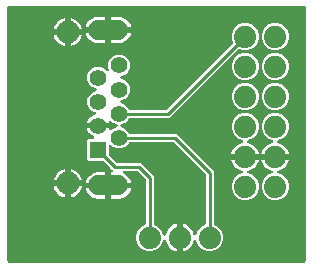
<source format=gbr>
G04 EAGLE Gerber RS-274X export*
G75*
%MOMM*%
%FSLAX34Y34*%
%LPD*%
%INBottom Copper*%
%IPPOS*%
%AMOC8*
5,1,8,0,0,1.08239X$1,22.5*%
G01*
%ADD10C,1.700000*%
%ADD11C,1.950000*%
%ADD12C,1.408000*%
%ADD13R,1.408000X1.408000*%
%ADD14C,1.879600*%
%ADD15C,0.800100*%
%ADD16C,0.254000*%

G36*
X245038Y78826D02*
X245038Y78826D01*
X245157Y78833D01*
X245195Y78846D01*
X245236Y78851D01*
X245346Y78894D01*
X245459Y78931D01*
X245494Y78953D01*
X245531Y78968D01*
X245627Y79037D01*
X245728Y79101D01*
X245756Y79131D01*
X245789Y79154D01*
X245865Y79246D01*
X245946Y79333D01*
X245966Y79368D01*
X245991Y79399D01*
X246042Y79507D01*
X246100Y79611D01*
X246110Y79651D01*
X246127Y79687D01*
X246149Y79804D01*
X246179Y79919D01*
X246183Y79979D01*
X246187Y79999D01*
X246185Y80020D01*
X246189Y80080D01*
X246189Y294920D01*
X246174Y295038D01*
X246167Y295157D01*
X246154Y295195D01*
X246149Y295236D01*
X246106Y295346D01*
X246069Y295459D01*
X246047Y295494D01*
X246032Y295531D01*
X245963Y295627D01*
X245899Y295728D01*
X245869Y295756D01*
X245846Y295789D01*
X245754Y295865D01*
X245667Y295946D01*
X245632Y295966D01*
X245601Y295991D01*
X245493Y296042D01*
X245389Y296100D01*
X245349Y296110D01*
X245313Y296127D01*
X245196Y296149D01*
X245081Y296179D01*
X245021Y296183D01*
X245001Y296187D01*
X244980Y296185D01*
X244920Y296189D01*
X-4920Y296189D01*
X-5038Y296174D01*
X-5157Y296167D01*
X-5195Y296154D01*
X-5236Y296149D01*
X-5346Y296106D01*
X-5459Y296069D01*
X-5494Y296047D01*
X-5531Y296032D01*
X-5627Y295963D01*
X-5728Y295899D01*
X-5756Y295869D01*
X-5789Y295846D01*
X-5865Y295754D01*
X-5946Y295667D01*
X-5966Y295632D01*
X-5991Y295601D01*
X-6042Y295493D01*
X-6100Y295389D01*
X-6110Y295349D01*
X-6127Y295313D01*
X-6149Y295196D01*
X-6179Y295081D01*
X-6183Y295021D01*
X-6187Y295001D01*
X-6185Y294980D01*
X-6189Y294920D01*
X-6189Y80080D01*
X-6174Y79962D01*
X-6167Y79843D01*
X-6154Y79805D01*
X-6149Y79764D01*
X-6106Y79654D01*
X-6069Y79541D01*
X-6047Y79506D01*
X-6032Y79469D01*
X-5963Y79373D01*
X-5899Y79272D01*
X-5869Y79244D01*
X-5846Y79211D01*
X-5754Y79135D01*
X-5667Y79054D01*
X-5632Y79034D01*
X-5601Y79009D01*
X-5493Y78958D01*
X-5389Y78900D01*
X-5349Y78890D01*
X-5313Y78873D01*
X-5196Y78851D01*
X-5081Y78821D01*
X-5021Y78817D01*
X-5001Y78813D01*
X-4980Y78815D01*
X-4920Y78811D01*
X244920Y78811D01*
X245038Y78826D01*
G37*
%LPC*%
G36*
X142139Y98730D02*
X142139Y98730D01*
X142124Y98848D01*
X142117Y98967D01*
X142104Y99005D01*
X142099Y99045D01*
X142056Y99156D01*
X142019Y99269D01*
X141997Y99303D01*
X141982Y99341D01*
X141912Y99437D01*
X141849Y99538D01*
X141819Y99566D01*
X141795Y99598D01*
X141704Y99674D01*
X141617Y99756D01*
X141582Y99775D01*
X141551Y99801D01*
X141443Y99852D01*
X141339Y99909D01*
X141299Y99920D01*
X141263Y99937D01*
X141146Y99959D01*
X141031Y99989D01*
X140970Y99993D01*
X140950Y99997D01*
X140930Y99995D01*
X140870Y99999D01*
X138330Y99999D01*
X138212Y99984D01*
X138093Y99977D01*
X138055Y99964D01*
X138014Y99959D01*
X137904Y99915D01*
X137791Y99879D01*
X137756Y99857D01*
X137719Y99842D01*
X137623Y99772D01*
X137522Y99709D01*
X137494Y99679D01*
X137461Y99655D01*
X137386Y99564D01*
X137304Y99477D01*
X137284Y99442D01*
X137259Y99410D01*
X137208Y99303D01*
X137150Y99198D01*
X137140Y99159D01*
X137123Y99123D01*
X137101Y99006D01*
X137071Y98891D01*
X137067Y98830D01*
X137063Y98810D01*
X137065Y98790D01*
X137061Y98730D01*
X137061Y88315D01*
X136804Y88355D01*
X135017Y88936D01*
X133343Y89789D01*
X131822Y90894D01*
X130494Y92222D01*
X129389Y93743D01*
X128536Y95417D01*
X127946Y97234D01*
X127920Y97320D01*
X127890Y97446D01*
X127876Y97473D01*
X127868Y97502D01*
X127802Y97613D01*
X127742Y97727D01*
X127721Y97750D01*
X127706Y97776D01*
X127615Y97867D01*
X127528Y97963D01*
X127503Y97979D01*
X127481Y98001D01*
X127370Y98066D01*
X127262Y98137D01*
X127233Y98147D01*
X127208Y98163D01*
X127084Y98199D01*
X126961Y98241D01*
X126931Y98243D01*
X126902Y98251D01*
X126773Y98256D01*
X126644Y98266D01*
X126614Y98261D01*
X126584Y98262D01*
X126458Y98234D01*
X126331Y98211D01*
X126303Y98199D01*
X126274Y98192D01*
X126159Y98134D01*
X126041Y98081D01*
X126017Y98062D01*
X125990Y98048D01*
X125893Y97963D01*
X125792Y97882D01*
X125774Y97858D01*
X125752Y97838D01*
X125679Y97731D01*
X125601Y97628D01*
X125582Y97589D01*
X125573Y97575D01*
X125565Y97555D01*
X125530Y97484D01*
X123891Y93525D01*
X120675Y90309D01*
X116474Y88569D01*
X111926Y88569D01*
X107725Y90309D01*
X104509Y93525D01*
X102769Y97726D01*
X102769Y102274D01*
X104509Y106475D01*
X107725Y109691D01*
X110114Y110680D01*
X110139Y110695D01*
X110167Y110704D01*
X110277Y110773D01*
X110390Y110837D01*
X110411Y110858D01*
X110436Y110874D01*
X110525Y110968D01*
X110618Y111059D01*
X110634Y111084D01*
X110654Y111105D01*
X110717Y111219D01*
X110785Y111330D01*
X110793Y111358D01*
X110808Y111384D01*
X110840Y111510D01*
X110878Y111634D01*
X110880Y111663D01*
X110887Y111692D01*
X110897Y111853D01*
X110897Y148906D01*
X110885Y149004D01*
X110882Y149103D01*
X110865Y149162D01*
X110857Y149222D01*
X110821Y149314D01*
X110793Y149409D01*
X110763Y149461D01*
X110740Y149517D01*
X110682Y149597D01*
X110632Y149683D01*
X110566Y149758D01*
X110554Y149775D01*
X110544Y149783D01*
X110526Y149804D01*
X104004Y156326D01*
X103925Y156386D01*
X103853Y156454D01*
X103800Y156483D01*
X103752Y156520D01*
X103661Y156560D01*
X103575Y156608D01*
X103516Y156623D01*
X103461Y156647D01*
X103363Y156662D01*
X103267Y156687D01*
X103167Y156693D01*
X103146Y156697D01*
X103134Y156695D01*
X103106Y156697D01*
X92683Y156697D01*
X92663Y156695D01*
X92643Y156697D01*
X92505Y156675D01*
X92367Y156657D01*
X92349Y156650D01*
X92329Y156647D01*
X92201Y156592D01*
X92071Y156540D01*
X92055Y156529D01*
X92037Y156521D01*
X91927Y156435D01*
X91814Y156354D01*
X91801Y156338D01*
X91786Y156326D01*
X91700Y156216D01*
X91611Y156109D01*
X91603Y156091D01*
X91590Y156075D01*
X91535Y155947D01*
X91476Y155821D01*
X91472Y155801D01*
X91464Y155783D01*
X91442Y155645D01*
X91416Y155509D01*
X91417Y155489D01*
X91414Y155469D01*
X91427Y155330D01*
X91436Y155191D01*
X91442Y155172D01*
X91444Y155152D01*
X91491Y155020D01*
X91534Y154889D01*
X91544Y154872D01*
X91551Y154853D01*
X91629Y154738D01*
X91704Y154620D01*
X91718Y154606D01*
X91730Y154590D01*
X91834Y154498D01*
X91935Y154402D01*
X91953Y154392D01*
X91968Y154379D01*
X92106Y154297D01*
X93587Y153543D01*
X94993Y152521D01*
X96221Y151293D01*
X97243Y149887D01*
X98032Y148338D01*
X98569Y146685D01*
X98583Y146599D01*
X81799Y146599D01*
X81799Y155141D01*
X81824Y155141D01*
X81962Y155158D01*
X82101Y155171D01*
X82120Y155178D01*
X82140Y155181D01*
X82269Y155232D01*
X82400Y155279D01*
X82417Y155290D01*
X82435Y155298D01*
X82548Y155379D01*
X82663Y155457D01*
X82676Y155473D01*
X82693Y155484D01*
X82782Y155592D01*
X82874Y155696D01*
X82883Y155714D01*
X82896Y155729D01*
X82955Y155855D01*
X83018Y155979D01*
X83023Y155999D01*
X83031Y156017D01*
X83057Y156154D01*
X83088Y156289D01*
X83087Y156310D01*
X83091Y156329D01*
X83082Y156468D01*
X83078Y156607D01*
X83072Y156627D01*
X83071Y156647D01*
X83028Y156779D01*
X82990Y156913D01*
X82979Y156930D01*
X82973Y156949D01*
X82899Y157067D01*
X82828Y157187D01*
X82810Y157208D01*
X82803Y157218D01*
X82788Y157232D01*
X82722Y157307D01*
X81026Y159004D01*
X75174Y164856D01*
X75095Y164916D01*
X75023Y164984D01*
X74970Y165013D01*
X74922Y165050D01*
X74831Y165090D01*
X74745Y165138D01*
X74686Y165153D01*
X74631Y165177D01*
X74533Y165192D01*
X74437Y165217D01*
X74337Y165223D01*
X74316Y165227D01*
X74304Y165225D01*
X74276Y165227D01*
X62518Y165227D01*
X61327Y166418D01*
X61327Y182182D01*
X62518Y183373D01*
X66244Y183373D01*
X66273Y183376D01*
X66275Y183376D01*
X66284Y183378D01*
X66364Y183388D01*
X66484Y183396D01*
X66521Y183408D01*
X66560Y183413D01*
X66672Y183457D01*
X66786Y183494D01*
X66819Y183515D01*
X66855Y183530D01*
X66953Y183600D01*
X67054Y183665D01*
X67081Y183694D01*
X67113Y183716D01*
X67190Y183809D01*
X67272Y183897D01*
X67291Y183931D01*
X67316Y183961D01*
X67367Y184070D01*
X67425Y184176D01*
X67434Y184214D01*
X67451Y184249D01*
X67474Y184367D01*
X67504Y184484D01*
X67504Y184523D01*
X67511Y184561D01*
X67503Y184682D01*
X67503Y184802D01*
X67494Y184840D01*
X67491Y184879D01*
X67454Y184993D01*
X67424Y185110D01*
X67405Y185144D01*
X67393Y185181D01*
X67329Y185283D01*
X67270Y185389D01*
X67244Y185417D01*
X67223Y185450D01*
X67189Y185482D01*
X67188Y185483D01*
X67182Y185488D01*
X67135Y185533D01*
X67053Y185620D01*
X67020Y185641D01*
X66991Y185668D01*
X66958Y185686D01*
X66950Y185694D01*
X66811Y185776D01*
X66792Y185786D01*
X66784Y185791D01*
X66776Y185794D01*
X65379Y186506D01*
X64159Y187392D01*
X63092Y188459D01*
X62206Y189679D01*
X61521Y191022D01*
X61057Y192451D01*
X69420Y192451D01*
X69538Y192466D01*
X69657Y192473D01*
X69695Y192485D01*
X69735Y192491D01*
X69846Y192534D01*
X69959Y192571D01*
X69993Y192593D01*
X70031Y192608D01*
X70127Y192677D01*
X70228Y192741D01*
X70256Y192771D01*
X70288Y192794D01*
X70364Y192886D01*
X70396Y192920D01*
X70401Y192912D01*
X70431Y192884D01*
X70455Y192851D01*
X70546Y192775D01*
X70633Y192694D01*
X70668Y192674D01*
X70700Y192649D01*
X70807Y192598D01*
X70912Y192540D01*
X70951Y192530D01*
X70987Y192513D01*
X71104Y192491D01*
X71220Y192461D01*
X71280Y192457D01*
X71300Y192453D01*
X71320Y192455D01*
X71380Y192451D01*
X79743Y192451D01*
X79655Y192180D01*
X79651Y192161D01*
X79643Y192142D01*
X79622Y192005D01*
X79595Y191868D01*
X79597Y191848D01*
X79594Y191828D01*
X79607Y191689D01*
X79615Y191550D01*
X79622Y191531D01*
X79623Y191512D01*
X79671Y191380D01*
X79714Y191248D01*
X79724Y191231D01*
X79731Y191212D01*
X79809Y191097D01*
X79884Y190979D01*
X79898Y190966D01*
X79910Y190949D01*
X80014Y190857D01*
X80116Y190761D01*
X80133Y190752D01*
X80148Y190739D01*
X80272Y190675D01*
X80394Y190608D01*
X80413Y190603D01*
X80431Y190594D01*
X80567Y190564D01*
X80702Y190529D01*
X80722Y190529D01*
X80742Y190524D01*
X80881Y190529D01*
X81020Y190529D01*
X81039Y190533D01*
X81059Y190534D01*
X81194Y190573D01*
X81328Y190607D01*
X81346Y190617D01*
X81365Y190622D01*
X81485Y190693D01*
X81607Y190760D01*
X81622Y190774D01*
X81639Y190784D01*
X81760Y190890D01*
X83061Y192192D01*
X86286Y193527D01*
X86406Y193596D01*
X86529Y193661D01*
X86544Y193675D01*
X86562Y193685D01*
X86662Y193782D01*
X86765Y193875D01*
X86776Y193892D01*
X86790Y193906D01*
X86863Y194025D01*
X86940Y194141D01*
X86946Y194160D01*
X86957Y194177D01*
X86998Y194310D01*
X87043Y194442D01*
X87044Y194462D01*
X87050Y194481D01*
X87057Y194620D01*
X87068Y194759D01*
X87064Y194779D01*
X87065Y194799D01*
X87037Y194935D01*
X87014Y195072D01*
X87005Y195091D01*
X87001Y195110D01*
X86940Y195236D01*
X86883Y195362D01*
X86870Y195378D01*
X86861Y195396D01*
X86771Y195502D01*
X86684Y195610D01*
X86668Y195623D01*
X86655Y195638D01*
X86541Y195718D01*
X86430Y195802D01*
X86405Y195814D01*
X86395Y195821D01*
X86376Y195828D01*
X86286Y195873D01*
X83061Y197208D01*
X81760Y198510D01*
X81744Y198522D01*
X81731Y198537D01*
X81618Y198619D01*
X81508Y198704D01*
X81490Y198712D01*
X81474Y198724D01*
X81344Y198776D01*
X81217Y198831D01*
X81197Y198834D01*
X81178Y198841D01*
X81040Y198859D01*
X80902Y198881D01*
X80883Y198879D01*
X80863Y198881D01*
X80725Y198864D01*
X80586Y198851D01*
X80567Y198844D01*
X80547Y198842D01*
X80418Y198791D01*
X80287Y198743D01*
X80270Y198732D01*
X80252Y198725D01*
X80139Y198643D01*
X80023Y198565D01*
X80010Y198550D01*
X79994Y198538D01*
X79906Y198431D01*
X79813Y198326D01*
X79804Y198308D01*
X79791Y198293D01*
X79732Y198167D01*
X79668Y198043D01*
X79664Y198024D01*
X79655Y198006D01*
X79629Y197868D01*
X79599Y197733D01*
X79599Y197713D01*
X79596Y197693D01*
X79604Y197554D01*
X79608Y197415D01*
X79614Y197396D01*
X79615Y197376D01*
X79655Y197220D01*
X79743Y196949D01*
X71380Y196949D01*
X71262Y196934D01*
X71143Y196927D01*
X71105Y196914D01*
X71065Y196909D01*
X70954Y196866D01*
X70841Y196829D01*
X70807Y196807D01*
X70769Y196792D01*
X70673Y196723D01*
X70572Y196659D01*
X70544Y196629D01*
X70512Y196606D01*
X70436Y196514D01*
X70404Y196480D01*
X70399Y196488D01*
X70369Y196516D01*
X70345Y196549D01*
X70254Y196625D01*
X70167Y196706D01*
X70132Y196726D01*
X70100Y196751D01*
X69993Y196802D01*
X69888Y196860D01*
X69849Y196870D01*
X69813Y196887D01*
X69696Y196909D01*
X69580Y196939D01*
X69520Y196943D01*
X69500Y196947D01*
X69480Y196945D01*
X69420Y196949D01*
X61057Y196949D01*
X61521Y198378D01*
X62206Y199721D01*
X63092Y200941D01*
X64159Y202008D01*
X65379Y202894D01*
X66722Y203579D01*
X67812Y203933D01*
X67840Y203946D01*
X67869Y203953D01*
X67983Y204013D01*
X68100Y204068D01*
X68123Y204087D01*
X68150Y204101D01*
X68245Y204188D01*
X68345Y204271D01*
X68363Y204295D01*
X68385Y204315D01*
X68456Y204424D01*
X68532Y204528D01*
X68543Y204556D01*
X68560Y204581D01*
X68602Y204703D01*
X68650Y204824D01*
X68653Y204854D01*
X68663Y204882D01*
X68673Y205011D01*
X68690Y205139D01*
X68686Y205169D01*
X68688Y205199D01*
X68666Y205327D01*
X68650Y205455D01*
X68639Y205483D01*
X68634Y205512D01*
X68581Y205630D01*
X68533Y205751D01*
X68515Y205775D01*
X68503Y205802D01*
X68422Y205904D01*
X68346Y206008D01*
X68323Y206027D01*
X68305Y206051D01*
X68201Y206129D01*
X68101Y206211D01*
X68074Y206224D01*
X68051Y206242D01*
X67906Y206313D01*
X65261Y207408D01*
X62708Y209961D01*
X61327Y213295D01*
X61327Y216905D01*
X62708Y220239D01*
X65261Y222792D01*
X68486Y224127D01*
X68606Y224196D01*
X68729Y224261D01*
X68744Y224275D01*
X68762Y224285D01*
X68862Y224382D01*
X68965Y224475D01*
X68976Y224492D01*
X68990Y224506D01*
X69063Y224625D01*
X69140Y224741D01*
X69146Y224760D01*
X69157Y224777D01*
X69198Y224910D01*
X69243Y225042D01*
X69244Y225062D01*
X69250Y225081D01*
X69257Y225220D01*
X69268Y225359D01*
X69264Y225379D01*
X69265Y225399D01*
X69237Y225535D01*
X69214Y225672D01*
X69205Y225691D01*
X69201Y225710D01*
X69140Y225836D01*
X69083Y225962D01*
X69070Y225978D01*
X69061Y225996D01*
X68971Y226102D01*
X68884Y226210D01*
X68868Y226223D01*
X68855Y226238D01*
X68741Y226318D01*
X68630Y226402D01*
X68605Y226414D01*
X68595Y226421D01*
X68576Y226428D01*
X68486Y226473D01*
X65261Y227808D01*
X62708Y230361D01*
X61327Y233695D01*
X61327Y237305D01*
X62708Y240639D01*
X65261Y243192D01*
X68595Y244573D01*
X72205Y244573D01*
X75539Y243192D01*
X77650Y241081D01*
X77705Y241038D01*
X77754Y240988D01*
X77830Y240941D01*
X77901Y240886D01*
X77965Y240858D01*
X78025Y240822D01*
X78111Y240795D01*
X78193Y240759D01*
X78262Y240748D01*
X78329Y240728D01*
X78418Y240724D01*
X78507Y240710D01*
X78577Y240716D01*
X78646Y240713D01*
X78734Y240731D01*
X78824Y240739D01*
X78890Y240763D01*
X78958Y240777D01*
X79039Y240817D01*
X79123Y240847D01*
X79181Y240886D01*
X79244Y240917D01*
X79312Y240975D01*
X79386Y241026D01*
X79432Y241078D01*
X79486Y241123D01*
X79537Y241197D01*
X79597Y241264D01*
X79629Y241326D01*
X79669Y241383D01*
X79701Y241467D01*
X79741Y241547D01*
X79757Y241615D01*
X79781Y241681D01*
X79791Y241770D01*
X79811Y241858D01*
X79809Y241927D01*
X79817Y241997D01*
X79804Y242086D01*
X79801Y242175D01*
X79782Y242243D01*
X79772Y242312D01*
X79720Y242464D01*
X79127Y243895D01*
X79127Y247505D01*
X80508Y250839D01*
X83061Y253392D01*
X86395Y254773D01*
X90005Y254773D01*
X93339Y253392D01*
X95892Y250839D01*
X97273Y247505D01*
X97273Y243895D01*
X95892Y240561D01*
X93339Y238008D01*
X90114Y236673D01*
X89994Y236604D01*
X89871Y236539D01*
X89856Y236525D01*
X89838Y236515D01*
X89738Y236418D01*
X89635Y236325D01*
X89624Y236308D01*
X89610Y236294D01*
X89537Y236176D01*
X89460Y236059D01*
X89454Y236040D01*
X89443Y236023D01*
X89402Y235890D01*
X89357Y235758D01*
X89356Y235738D01*
X89350Y235719D01*
X89343Y235580D01*
X89332Y235441D01*
X89336Y235421D01*
X89335Y235401D01*
X89363Y235265D01*
X89386Y235128D01*
X89395Y235110D01*
X89399Y235090D01*
X89460Y234964D01*
X89517Y234838D01*
X89530Y234822D01*
X89539Y234804D01*
X89629Y234698D01*
X89716Y234590D01*
X89732Y234577D01*
X89745Y234562D01*
X89859Y234482D01*
X89970Y234398D01*
X89995Y234386D01*
X90005Y234379D01*
X90024Y234372D01*
X90114Y234327D01*
X93339Y232992D01*
X95892Y230439D01*
X97273Y227105D01*
X97273Y223495D01*
X95892Y220161D01*
X93339Y217608D01*
X90114Y216273D01*
X89994Y216204D01*
X89871Y216139D01*
X89856Y216125D01*
X89838Y216115D01*
X89738Y216018D01*
X89635Y215925D01*
X89624Y215908D01*
X89610Y215894D01*
X89537Y215776D01*
X89460Y215659D01*
X89454Y215640D01*
X89443Y215623D01*
X89402Y215490D01*
X89357Y215358D01*
X89356Y215338D01*
X89350Y215319D01*
X89343Y215180D01*
X89332Y215041D01*
X89336Y215021D01*
X89335Y215001D01*
X89363Y214865D01*
X89386Y214728D01*
X89395Y214710D01*
X89399Y214690D01*
X89460Y214564D01*
X89517Y214438D01*
X89530Y214422D01*
X89539Y214404D01*
X89629Y214298D01*
X89716Y214190D01*
X89732Y214177D01*
X89745Y214162D01*
X89859Y214082D01*
X89970Y213998D01*
X89995Y213986D01*
X90005Y213979D01*
X90024Y213972D01*
X90114Y213927D01*
X93339Y212592D01*
X95892Y210039D01*
X96328Y208986D01*
X96342Y208961D01*
X96351Y208933D01*
X96421Y208823D01*
X96485Y208710D01*
X96506Y208689D01*
X96522Y208664D01*
X96616Y208575D01*
X96706Y208482D01*
X96732Y208466D01*
X96753Y208446D01*
X96867Y208383D01*
X96978Y208315D01*
X97006Y208307D01*
X97032Y208292D01*
X97157Y208260D01*
X97282Y208222D01*
X97311Y208220D01*
X97340Y208213D01*
X97500Y208203D01*
X128006Y208203D01*
X128104Y208215D01*
X128203Y208218D01*
X128262Y208235D01*
X128322Y208243D01*
X128414Y208279D01*
X128509Y208307D01*
X128561Y208337D01*
X128617Y208360D01*
X128697Y208418D01*
X128783Y208468D01*
X128858Y208534D01*
X128875Y208546D01*
X128883Y208556D01*
X128904Y208574D01*
X184284Y263954D01*
X184302Y263978D01*
X184324Y263997D01*
X184399Y264103D01*
X184479Y264206D01*
X184490Y264233D01*
X184507Y264257D01*
X184553Y264378D01*
X184605Y264497D01*
X184609Y264527D01*
X184620Y264554D01*
X184634Y264683D01*
X184655Y264812D01*
X184652Y264841D01*
X184655Y264870D01*
X184637Y264999D01*
X184625Y265128D01*
X184615Y265156D01*
X184611Y265185D01*
X184559Y265338D01*
X183569Y267726D01*
X183569Y272274D01*
X185309Y276475D01*
X188525Y279691D01*
X192726Y281431D01*
X197274Y281431D01*
X201475Y279691D01*
X204691Y276475D01*
X206431Y272274D01*
X206431Y267726D01*
X204691Y263525D01*
X201475Y260309D01*
X197274Y258569D01*
X192726Y258569D01*
X190338Y259559D01*
X190309Y259566D01*
X190283Y259580D01*
X190156Y259608D01*
X190031Y259643D01*
X190001Y259643D01*
X189973Y259650D01*
X189843Y259646D01*
X189713Y259648D01*
X189684Y259641D01*
X189655Y259640D01*
X189530Y259604D01*
X189404Y259574D01*
X189377Y259560D01*
X189349Y259552D01*
X189237Y259486D01*
X189122Y259425D01*
X189101Y259405D01*
X189075Y259390D01*
X188954Y259284D01*
X131268Y201597D01*
X97500Y201597D01*
X97471Y201594D01*
X97442Y201596D01*
X97314Y201574D01*
X97185Y201557D01*
X97157Y201547D01*
X97128Y201542D01*
X97010Y201488D01*
X96889Y201440D01*
X96865Y201423D01*
X96838Y201411D01*
X96737Y201330D01*
X96632Y201254D01*
X96613Y201231D01*
X96590Y201212D01*
X96512Y201109D01*
X96429Y201009D01*
X96416Y200982D01*
X96399Y200958D01*
X96328Y200814D01*
X95892Y199761D01*
X93339Y197208D01*
X90114Y195873D01*
X89994Y195804D01*
X89871Y195739D01*
X89856Y195725D01*
X89838Y195715D01*
X89738Y195618D01*
X89635Y195525D01*
X89624Y195508D01*
X89610Y195494D01*
X89537Y195376D01*
X89460Y195259D01*
X89454Y195240D01*
X89443Y195223D01*
X89402Y195090D01*
X89357Y194958D01*
X89356Y194938D01*
X89350Y194919D01*
X89343Y194780D01*
X89332Y194641D01*
X89336Y194621D01*
X89335Y194601D01*
X89363Y194465D01*
X89386Y194328D01*
X89395Y194310D01*
X89399Y194290D01*
X89460Y194164D01*
X89517Y194038D01*
X89530Y194022D01*
X89539Y194004D01*
X89629Y193898D01*
X89716Y193790D01*
X89732Y193777D01*
X89745Y193762D01*
X89859Y193682D01*
X89970Y193598D01*
X89995Y193586D01*
X90005Y193579D01*
X90024Y193572D01*
X90114Y193527D01*
X93339Y192192D01*
X95892Y189639D01*
X96328Y188586D01*
X96342Y188561D01*
X96351Y188533D01*
X96421Y188423D01*
X96485Y188310D01*
X96506Y188289D01*
X96522Y188264D01*
X96616Y188175D01*
X96706Y188082D01*
X96732Y188066D01*
X96753Y188046D01*
X96867Y187983D01*
X96978Y187915D01*
X97006Y187907D01*
X97032Y187892D01*
X97157Y187860D01*
X97282Y187822D01*
X97311Y187820D01*
X97340Y187813D01*
X97500Y187803D01*
X136868Y187803D01*
X168303Y156368D01*
X168303Y111853D01*
X168306Y111823D01*
X168304Y111794D01*
X168326Y111665D01*
X168343Y111537D01*
X168353Y111510D01*
X168358Y111481D01*
X168412Y111362D01*
X168460Y111241D01*
X168477Y111217D01*
X168489Y111191D01*
X168570Y111089D01*
X168646Y110984D01*
X168669Y110965D01*
X168688Y110942D01*
X168791Y110864D01*
X168891Y110781D01*
X168918Y110769D01*
X168942Y110751D01*
X169086Y110680D01*
X171475Y109691D01*
X174691Y106475D01*
X176431Y102274D01*
X176431Y97726D01*
X174691Y93525D01*
X171475Y90309D01*
X167274Y88569D01*
X162726Y88569D01*
X158525Y90309D01*
X155309Y93525D01*
X153670Y97484D01*
X153606Y97596D01*
X153547Y97711D01*
X153527Y97734D01*
X153512Y97760D01*
X153422Y97853D01*
X153337Y97950D01*
X153312Y97967D01*
X153291Y97988D01*
X153181Y98056D01*
X153074Y98129D01*
X153046Y98139D01*
X153020Y98155D01*
X152896Y98193D01*
X152775Y98236D01*
X152745Y98239D01*
X152716Y98248D01*
X152587Y98254D01*
X152458Y98267D01*
X152428Y98262D01*
X152398Y98263D01*
X152272Y98237D01*
X152144Y98217D01*
X152116Y98205D01*
X152087Y98199D01*
X151971Y98142D01*
X151852Y98091D01*
X151828Y98073D01*
X151801Y98059D01*
X151703Y97975D01*
X151601Y97896D01*
X151582Y97873D01*
X151559Y97853D01*
X151485Y97747D01*
X151405Y97645D01*
X151393Y97618D01*
X151376Y97593D01*
X151330Y97472D01*
X151279Y97353D01*
X151269Y97311D01*
X151263Y97296D01*
X151261Y97274D01*
X151246Y97209D01*
X150664Y95417D01*
X149811Y93743D01*
X148706Y92222D01*
X147378Y90894D01*
X145857Y89789D01*
X144183Y88936D01*
X142396Y88355D01*
X142139Y88315D01*
X142139Y98730D01*
G37*
%LPD*%
G36*
X140988Y100016D02*
X140988Y100016D01*
X141107Y100023D01*
X141145Y100036D01*
X141185Y100041D01*
X141296Y100085D01*
X141409Y100121D01*
X141444Y100143D01*
X141481Y100158D01*
X141577Y100228D01*
X141678Y100291D01*
X141706Y100321D01*
X141739Y100345D01*
X141814Y100436D01*
X141896Y100523D01*
X141916Y100558D01*
X141941Y100590D01*
X141992Y100697D01*
X142050Y100802D01*
X142060Y100841D01*
X142077Y100877D01*
X142099Y100994D01*
X142129Y101109D01*
X142133Y101170D01*
X142137Y101190D01*
X142135Y101210D01*
X142139Y101270D01*
X142139Y111685D01*
X142396Y111645D01*
X144183Y111064D01*
X145857Y110211D01*
X147378Y109106D01*
X148706Y107778D01*
X149811Y106257D01*
X150664Y104583D01*
X151254Y102766D01*
X151280Y102680D01*
X151310Y102554D01*
X151324Y102527D01*
X151332Y102498D01*
X151398Y102387D01*
X151458Y102273D01*
X151479Y102250D01*
X151494Y102224D01*
X151585Y102133D01*
X151672Y102037D01*
X151697Y102021D01*
X151719Y101999D01*
X151830Y101934D01*
X151938Y101863D01*
X151967Y101853D01*
X151992Y101837D01*
X152116Y101801D01*
X152239Y101759D01*
X152269Y101757D01*
X152298Y101749D01*
X152427Y101744D01*
X152556Y101734D01*
X152586Y101739D01*
X152616Y101738D01*
X152742Y101766D01*
X152869Y101789D01*
X152897Y101801D01*
X152926Y101808D01*
X153041Y101866D01*
X153159Y101919D01*
X153183Y101938D01*
X153210Y101952D01*
X153307Y102037D01*
X153408Y102118D01*
X153426Y102142D01*
X153448Y102162D01*
X153521Y102269D01*
X153599Y102372D01*
X153618Y102411D01*
X153627Y102425D01*
X153635Y102445D01*
X153670Y102516D01*
X155309Y106475D01*
X158525Y109691D01*
X160914Y110680D01*
X160939Y110695D01*
X160967Y110704D01*
X161077Y110773D01*
X161190Y110837D01*
X161211Y110858D01*
X161236Y110874D01*
X161325Y110968D01*
X161418Y111059D01*
X161434Y111084D01*
X161454Y111105D01*
X161517Y111219D01*
X161585Y111330D01*
X161593Y111358D01*
X161608Y111384D01*
X161640Y111510D01*
X161678Y111634D01*
X161680Y111663D01*
X161687Y111692D01*
X161697Y111853D01*
X161697Y153106D01*
X161685Y153204D01*
X161682Y153303D01*
X161665Y153362D01*
X161657Y153422D01*
X161621Y153514D01*
X161593Y153609D01*
X161563Y153661D01*
X161540Y153717D01*
X161482Y153797D01*
X161432Y153883D01*
X161366Y153958D01*
X161354Y153975D01*
X161344Y153983D01*
X161326Y154004D01*
X134504Y180826D01*
X134425Y180886D01*
X134353Y180954D01*
X134300Y180983D01*
X134252Y181020D01*
X134161Y181060D01*
X134075Y181108D01*
X134016Y181123D01*
X133961Y181147D01*
X133863Y181162D01*
X133767Y181187D01*
X133667Y181193D01*
X133646Y181197D01*
X133634Y181195D01*
X133606Y181197D01*
X97500Y181197D01*
X97471Y181194D01*
X97442Y181196D01*
X97314Y181174D01*
X97185Y181157D01*
X97157Y181147D01*
X97128Y181142D01*
X97010Y181088D01*
X96889Y181040D01*
X96865Y181023D01*
X96838Y181011D01*
X96737Y180930D01*
X96632Y180854D01*
X96613Y180831D01*
X96590Y180812D01*
X96512Y180709D01*
X96429Y180609D01*
X96416Y180582D01*
X96399Y180558D01*
X96328Y180414D01*
X95892Y179361D01*
X93339Y176808D01*
X90005Y175427D01*
X86395Y175427D01*
X83061Y176808D01*
X81639Y178230D01*
X81530Y178315D01*
X81423Y178404D01*
X81404Y178412D01*
X81388Y178425D01*
X81260Y178480D01*
X81135Y178539D01*
X81115Y178543D01*
X81096Y178551D01*
X80958Y178573D01*
X80822Y178599D01*
X80802Y178598D01*
X80782Y178601D01*
X80643Y178588D01*
X80505Y178579D01*
X80486Y178573D01*
X80466Y178571D01*
X80334Y178524D01*
X80203Y178481D01*
X80185Y178470D01*
X80166Y178463D01*
X80051Y178385D01*
X79934Y178311D01*
X79920Y178296D01*
X79903Y178285D01*
X79811Y178181D01*
X79716Y178079D01*
X79706Y178062D01*
X79693Y178046D01*
X79629Y177922D01*
X79562Y177801D01*
X79557Y177781D01*
X79548Y177763D01*
X79518Y177627D01*
X79483Y177493D01*
X79481Y177465D01*
X79478Y177453D01*
X79479Y177432D01*
X79473Y177332D01*
X79473Y170424D01*
X79485Y170326D01*
X79488Y170227D01*
X79505Y170168D01*
X79513Y170108D01*
X79549Y170016D01*
X79577Y169921D01*
X79607Y169869D01*
X79630Y169813D01*
X79688Y169733D01*
X79738Y169647D01*
X79804Y169572D01*
X79816Y169555D01*
X79826Y169547D01*
X79844Y169526D01*
X85696Y163674D01*
X85775Y163614D01*
X85847Y163546D01*
X85900Y163517D01*
X85948Y163480D01*
X86039Y163440D01*
X86125Y163392D01*
X86184Y163377D01*
X86239Y163353D01*
X86337Y163338D01*
X86433Y163313D01*
X86533Y163307D01*
X86554Y163303D01*
X86566Y163305D01*
X86594Y163303D01*
X106368Y163303D01*
X117503Y152168D01*
X117503Y111853D01*
X117506Y111823D01*
X117504Y111794D01*
X117526Y111665D01*
X117543Y111537D01*
X117553Y111510D01*
X117558Y111481D01*
X117612Y111362D01*
X117660Y111241D01*
X117677Y111217D01*
X117689Y111191D01*
X117770Y111089D01*
X117846Y110984D01*
X117869Y110965D01*
X117888Y110942D01*
X117991Y110864D01*
X118091Y110781D01*
X118118Y110769D01*
X118142Y110751D01*
X118286Y110680D01*
X120675Y109691D01*
X123891Y106475D01*
X125530Y102516D01*
X125594Y102404D01*
X125653Y102289D01*
X125673Y102266D01*
X125688Y102240D01*
X125778Y102147D01*
X125863Y102050D01*
X125888Y102033D01*
X125909Y102012D01*
X126019Y101944D01*
X126126Y101871D01*
X126154Y101861D01*
X126180Y101845D01*
X126304Y101807D01*
X126425Y101764D01*
X126455Y101761D01*
X126484Y101752D01*
X126613Y101746D01*
X126742Y101733D01*
X126772Y101738D01*
X126802Y101737D01*
X126928Y101763D01*
X127056Y101783D01*
X127084Y101795D01*
X127113Y101801D01*
X127229Y101858D01*
X127348Y101909D01*
X127372Y101927D01*
X127399Y101941D01*
X127497Y102025D01*
X127599Y102104D01*
X127618Y102127D01*
X127641Y102147D01*
X127715Y102253D01*
X127795Y102355D01*
X127807Y102382D01*
X127824Y102407D01*
X127870Y102528D01*
X127921Y102647D01*
X127931Y102689D01*
X127937Y102704D01*
X127939Y102726D01*
X127954Y102791D01*
X128536Y104583D01*
X129389Y106257D01*
X130494Y107778D01*
X131822Y109106D01*
X133343Y110211D01*
X135017Y111064D01*
X136804Y111645D01*
X137061Y111685D01*
X137061Y101270D01*
X137076Y101152D01*
X137083Y101033D01*
X137096Y100995D01*
X137101Y100955D01*
X137144Y100844D01*
X137181Y100731D01*
X137203Y100697D01*
X137218Y100659D01*
X137288Y100563D01*
X137351Y100462D01*
X137381Y100434D01*
X137404Y100402D01*
X137496Y100326D01*
X137583Y100244D01*
X137618Y100225D01*
X137649Y100199D01*
X137757Y100148D01*
X137861Y100091D01*
X137901Y100080D01*
X137937Y100063D01*
X138054Y100041D01*
X138169Y100011D01*
X138230Y100007D01*
X138250Y100003D01*
X138270Y100005D01*
X138330Y100001D01*
X140870Y100001D01*
X140988Y100016D01*
G37*
%LPC*%
G36*
X218126Y131569D02*
X218126Y131569D01*
X213925Y133309D01*
X210709Y136525D01*
X208969Y140726D01*
X208969Y145274D01*
X210709Y149475D01*
X213925Y152691D01*
X217884Y154330D01*
X217996Y154394D01*
X218111Y154453D01*
X218134Y154473D01*
X218160Y154488D01*
X218253Y154578D01*
X218350Y154663D01*
X218367Y154688D01*
X218388Y154709D01*
X218456Y154820D01*
X218529Y154926D01*
X218539Y154955D01*
X218555Y154980D01*
X218593Y155104D01*
X218636Y155225D01*
X218639Y155255D01*
X218648Y155284D01*
X218654Y155413D01*
X218667Y155542D01*
X218662Y155572D01*
X218663Y155602D01*
X218637Y155728D01*
X218617Y155856D01*
X218605Y155884D01*
X218599Y155913D01*
X218542Y156030D01*
X218491Y156148D01*
X218473Y156172D01*
X218459Y156199D01*
X218375Y156297D01*
X218296Y156400D01*
X218273Y156418D01*
X218253Y156441D01*
X218147Y156515D01*
X218045Y156595D01*
X218018Y156607D01*
X217993Y156624D01*
X217872Y156670D01*
X217753Y156721D01*
X217712Y156731D01*
X217696Y156737D01*
X217674Y156739D01*
X217609Y156754D01*
X215817Y157336D01*
X214143Y158189D01*
X212622Y159294D01*
X211294Y160622D01*
X210189Y162143D01*
X209336Y163817D01*
X208907Y165137D01*
X208873Y165209D01*
X208849Y165285D01*
X208806Y165352D01*
X208772Y165425D01*
X208721Y165486D01*
X208678Y165553D01*
X208620Y165608D01*
X208569Y165670D01*
X208505Y165717D01*
X208447Y165771D01*
X208376Y165810D01*
X208312Y165857D01*
X208302Y165861D01*
X219130Y165861D01*
X219248Y165876D01*
X219367Y165883D01*
X219405Y165896D01*
X219445Y165901D01*
X219556Y165944D01*
X219669Y165981D01*
X219703Y166003D01*
X219741Y166018D01*
X219837Y166088D01*
X219938Y166151D01*
X219966Y166181D01*
X219998Y166204D01*
X220074Y166296D01*
X220156Y166383D01*
X220175Y166418D01*
X220201Y166449D01*
X220252Y166557D01*
X220309Y166661D01*
X220320Y166701D01*
X220337Y166737D01*
X220359Y166854D01*
X220389Y166969D01*
X220393Y167030D01*
X220397Y167050D01*
X220395Y167070D01*
X220399Y167130D01*
X220399Y169670D01*
X220384Y169788D01*
X220377Y169907D01*
X220364Y169945D01*
X220359Y169985D01*
X220315Y170096D01*
X220279Y170209D01*
X220257Y170244D01*
X220242Y170281D01*
X220172Y170377D01*
X220109Y170478D01*
X220079Y170506D01*
X220055Y170539D01*
X219964Y170614D01*
X219877Y170696D01*
X219842Y170716D01*
X219810Y170741D01*
X219703Y170792D01*
X219598Y170850D01*
X219559Y170860D01*
X219523Y170877D01*
X219406Y170899D01*
X219291Y170929D01*
X219230Y170933D01*
X219210Y170937D01*
X219190Y170935D01*
X219130Y170939D01*
X208302Y170939D01*
X208311Y170943D01*
X208375Y170989D01*
X208445Y171028D01*
X208503Y171082D01*
X208568Y171129D01*
X208619Y171191D01*
X208677Y171245D01*
X208720Y171313D01*
X208771Y171374D01*
X208805Y171446D01*
X208848Y171513D01*
X208906Y171660D01*
X208907Y171662D01*
X208907Y171663D01*
X209336Y172983D01*
X210189Y174657D01*
X211294Y176178D01*
X212622Y177506D01*
X214143Y178611D01*
X215817Y179464D01*
X217634Y180054D01*
X217720Y180079D01*
X217846Y180110D01*
X217873Y180124D01*
X217902Y180132D01*
X218013Y180198D01*
X218127Y180258D01*
X218150Y180279D01*
X218176Y180294D01*
X218267Y180385D01*
X218363Y180472D01*
X218379Y180497D01*
X218400Y180519D01*
X218466Y180630D01*
X218537Y180738D01*
X218547Y180767D01*
X218563Y180792D01*
X218599Y180916D01*
X218641Y181039D01*
X218643Y181069D01*
X218651Y181098D01*
X218656Y181227D01*
X218666Y181356D01*
X218661Y181386D01*
X218662Y181416D01*
X218634Y181542D01*
X218611Y181669D01*
X218599Y181697D01*
X218593Y181726D01*
X218534Y181841D01*
X218481Y181959D01*
X218462Y181983D01*
X218448Y182010D01*
X218363Y182106D01*
X218282Y182208D01*
X218258Y182226D01*
X218238Y182248D01*
X218132Y182321D01*
X218028Y182399D01*
X217990Y182418D01*
X217976Y182427D01*
X217955Y182435D01*
X217884Y182470D01*
X213925Y184109D01*
X210709Y187325D01*
X208969Y191526D01*
X208969Y196074D01*
X210709Y200275D01*
X213925Y203491D01*
X218126Y205231D01*
X222674Y205231D01*
X226875Y203491D01*
X230091Y200275D01*
X231831Y196074D01*
X231831Y191526D01*
X230091Y187325D01*
X226875Y184109D01*
X222916Y182470D01*
X222804Y182406D01*
X222689Y182347D01*
X222666Y182327D01*
X222640Y182312D01*
X222547Y182222D01*
X222450Y182137D01*
X222433Y182112D01*
X222412Y182091D01*
X222344Y181980D01*
X222271Y181874D01*
X222261Y181845D01*
X222245Y181820D01*
X222207Y181696D01*
X222164Y181575D01*
X222161Y181545D01*
X222152Y181516D01*
X222146Y181387D01*
X222133Y181258D01*
X222138Y181228D01*
X222137Y181198D01*
X222163Y181072D01*
X222183Y180944D01*
X222195Y180916D01*
X222201Y180887D01*
X222258Y180770D01*
X222309Y180652D01*
X222327Y180628D01*
X222341Y180601D01*
X222425Y180503D01*
X222504Y180400D01*
X222527Y180382D01*
X222547Y180359D01*
X222653Y180285D01*
X222755Y180205D01*
X222782Y180193D01*
X222807Y180176D01*
X222928Y180130D01*
X223047Y180079D01*
X223088Y180069D01*
X223104Y180063D01*
X223126Y180061D01*
X223191Y180046D01*
X224983Y179464D01*
X226657Y178611D01*
X228178Y177506D01*
X229506Y176178D01*
X230611Y174657D01*
X231464Y172983D01*
X232045Y171196D01*
X232085Y170939D01*
X221670Y170939D01*
X221552Y170924D01*
X221433Y170917D01*
X221395Y170904D01*
X221355Y170899D01*
X221244Y170856D01*
X221131Y170819D01*
X221097Y170797D01*
X221059Y170782D01*
X220963Y170712D01*
X220862Y170649D01*
X220834Y170619D01*
X220802Y170595D01*
X220726Y170504D01*
X220644Y170417D01*
X220625Y170382D01*
X220599Y170351D01*
X220548Y170243D01*
X220491Y170139D01*
X220480Y170099D01*
X220463Y170063D01*
X220441Y169946D01*
X220411Y169831D01*
X220407Y169770D01*
X220403Y169750D01*
X220405Y169730D01*
X220401Y169670D01*
X220401Y167130D01*
X220416Y167012D01*
X220423Y166893D01*
X220436Y166855D01*
X220441Y166814D01*
X220485Y166704D01*
X220521Y166591D01*
X220543Y166556D01*
X220558Y166519D01*
X220628Y166423D01*
X220691Y166322D01*
X220721Y166294D01*
X220745Y166261D01*
X220836Y166186D01*
X220923Y166104D01*
X220958Y166084D01*
X220990Y166059D01*
X221097Y166008D01*
X221202Y165950D01*
X221241Y165940D01*
X221277Y165923D01*
X221394Y165901D01*
X221509Y165871D01*
X221570Y165867D01*
X221590Y165863D01*
X221610Y165865D01*
X221670Y165861D01*
X232085Y165861D01*
X232045Y165604D01*
X231464Y163817D01*
X230611Y162143D01*
X229506Y160622D01*
X228178Y159294D01*
X226657Y158189D01*
X224983Y157336D01*
X223166Y156746D01*
X223080Y156721D01*
X222954Y156690D01*
X222927Y156676D01*
X222898Y156668D01*
X222787Y156602D01*
X222673Y156542D01*
X222650Y156521D01*
X222624Y156506D01*
X222533Y156415D01*
X222437Y156328D01*
X222421Y156303D01*
X222400Y156281D01*
X222334Y156170D01*
X222263Y156062D01*
X222253Y156033D01*
X222237Y156008D01*
X222201Y155884D01*
X222159Y155761D01*
X222157Y155731D01*
X222149Y155702D01*
X222144Y155573D01*
X222134Y155444D01*
X222139Y155414D01*
X222138Y155384D01*
X222166Y155258D01*
X222189Y155131D01*
X222201Y155103D01*
X222207Y155074D01*
X222266Y154959D01*
X222319Y154841D01*
X222338Y154817D01*
X222352Y154790D01*
X222437Y154694D01*
X222518Y154592D01*
X222542Y154574D01*
X222562Y154552D01*
X222668Y154479D01*
X222772Y154401D01*
X222810Y154382D01*
X222824Y154373D01*
X222845Y154365D01*
X222916Y154330D01*
X226875Y152691D01*
X230091Y149475D01*
X231831Y145274D01*
X231831Y140726D01*
X230091Y136525D01*
X226875Y133309D01*
X222674Y131569D01*
X218126Y131569D01*
G37*
%LPD*%
%LPC*%
G36*
X192726Y131569D02*
X192726Y131569D01*
X188525Y133309D01*
X185309Y136525D01*
X183569Y140726D01*
X183569Y145274D01*
X185309Y149475D01*
X188525Y152691D01*
X192484Y154330D01*
X192596Y154394D01*
X192711Y154453D01*
X192734Y154473D01*
X192760Y154488D01*
X192853Y154578D01*
X192950Y154663D01*
X192967Y154688D01*
X192988Y154709D01*
X193056Y154820D01*
X193129Y154926D01*
X193139Y154955D01*
X193155Y154980D01*
X193193Y155104D01*
X193236Y155225D01*
X193239Y155255D01*
X193248Y155284D01*
X193254Y155413D01*
X193267Y155542D01*
X193262Y155572D01*
X193263Y155602D01*
X193237Y155728D01*
X193217Y155856D01*
X193205Y155884D01*
X193199Y155913D01*
X193142Y156030D01*
X193091Y156148D01*
X193073Y156172D01*
X193059Y156199D01*
X192975Y156297D01*
X192896Y156400D01*
X192873Y156418D01*
X192853Y156441D01*
X192747Y156515D01*
X192645Y156595D01*
X192618Y156607D01*
X192593Y156624D01*
X192472Y156670D01*
X192353Y156721D01*
X192312Y156731D01*
X192296Y156737D01*
X192274Y156739D01*
X192209Y156754D01*
X190417Y157336D01*
X188743Y158189D01*
X187222Y159294D01*
X185894Y160622D01*
X184789Y162143D01*
X183936Y163817D01*
X183355Y165604D01*
X183315Y165861D01*
X193730Y165861D01*
X193848Y165876D01*
X193967Y165883D01*
X194005Y165896D01*
X194045Y165901D01*
X194156Y165944D01*
X194269Y165981D01*
X194303Y166003D01*
X194341Y166018D01*
X194437Y166088D01*
X194538Y166151D01*
X194566Y166181D01*
X194598Y166204D01*
X194674Y166296D01*
X194756Y166383D01*
X194775Y166418D01*
X194801Y166449D01*
X194852Y166557D01*
X194909Y166661D01*
X194920Y166701D01*
X194937Y166737D01*
X194959Y166854D01*
X194989Y166969D01*
X194993Y167030D01*
X194997Y167050D01*
X194995Y167070D01*
X194999Y167130D01*
X194999Y169670D01*
X194984Y169788D01*
X194977Y169907D01*
X194964Y169945D01*
X194959Y169985D01*
X194915Y170096D01*
X194879Y170209D01*
X194857Y170244D01*
X194842Y170281D01*
X194772Y170377D01*
X194709Y170478D01*
X194679Y170506D01*
X194655Y170539D01*
X194564Y170614D01*
X194477Y170696D01*
X194442Y170716D01*
X194410Y170741D01*
X194303Y170792D01*
X194198Y170850D01*
X194159Y170860D01*
X194123Y170877D01*
X194006Y170899D01*
X193891Y170929D01*
X193830Y170933D01*
X193810Y170937D01*
X193790Y170935D01*
X193730Y170939D01*
X183315Y170939D01*
X183355Y171196D01*
X183936Y172983D01*
X184789Y174657D01*
X185894Y176178D01*
X187222Y177506D01*
X188743Y178611D01*
X190417Y179464D01*
X192234Y180054D01*
X192320Y180079D01*
X192446Y180110D01*
X192473Y180124D01*
X192502Y180132D01*
X192613Y180198D01*
X192727Y180258D01*
X192750Y180279D01*
X192776Y180294D01*
X192867Y180385D01*
X192963Y180472D01*
X192979Y180497D01*
X193000Y180519D01*
X193066Y180630D01*
X193137Y180738D01*
X193147Y180767D01*
X193163Y180792D01*
X193199Y180916D01*
X193241Y181039D01*
X193243Y181069D01*
X193251Y181098D01*
X193256Y181227D01*
X193266Y181356D01*
X193261Y181386D01*
X193262Y181416D01*
X193234Y181542D01*
X193211Y181669D01*
X193199Y181697D01*
X193193Y181726D01*
X193134Y181841D01*
X193081Y181959D01*
X193062Y181983D01*
X193048Y182010D01*
X192963Y182106D01*
X192882Y182208D01*
X192858Y182226D01*
X192838Y182248D01*
X192732Y182321D01*
X192628Y182399D01*
X192590Y182418D01*
X192576Y182427D01*
X192555Y182435D01*
X192484Y182470D01*
X188525Y184109D01*
X185309Y187325D01*
X183569Y191526D01*
X183569Y196074D01*
X185309Y200275D01*
X188525Y203491D01*
X192726Y205231D01*
X197274Y205231D01*
X201475Y203491D01*
X204691Y200275D01*
X206431Y196074D01*
X206431Y191526D01*
X204691Y187325D01*
X201475Y184109D01*
X197516Y182470D01*
X197404Y182406D01*
X197289Y182347D01*
X197266Y182327D01*
X197240Y182312D01*
X197147Y182222D01*
X197050Y182137D01*
X197033Y182112D01*
X197012Y182091D01*
X196944Y181980D01*
X196871Y181874D01*
X196861Y181845D01*
X196845Y181820D01*
X196807Y181696D01*
X196764Y181575D01*
X196761Y181545D01*
X196752Y181516D01*
X196746Y181387D01*
X196733Y181258D01*
X196738Y181228D01*
X196737Y181198D01*
X196763Y181072D01*
X196783Y180944D01*
X196795Y180916D01*
X196801Y180887D01*
X196858Y180770D01*
X196909Y180652D01*
X196927Y180628D01*
X196941Y180601D01*
X197025Y180503D01*
X197104Y180400D01*
X197127Y180382D01*
X197147Y180359D01*
X197253Y180285D01*
X197355Y180205D01*
X197382Y180193D01*
X197407Y180176D01*
X197528Y180130D01*
X197647Y180079D01*
X197688Y180069D01*
X197704Y180063D01*
X197726Y180061D01*
X197791Y180046D01*
X199583Y179464D01*
X201257Y178611D01*
X202778Y177506D01*
X204106Y176178D01*
X205211Y174657D01*
X206064Y172983D01*
X206493Y171663D01*
X206527Y171591D01*
X206551Y171515D01*
X206594Y171448D01*
X206628Y171375D01*
X206679Y171314D01*
X206722Y171247D01*
X206780Y171192D01*
X206831Y171130D01*
X206895Y171083D01*
X206953Y171029D01*
X207023Y170990D01*
X207088Y170943D01*
X207098Y170939D01*
X196270Y170939D01*
X196152Y170924D01*
X196033Y170917D01*
X195995Y170904D01*
X195955Y170899D01*
X195844Y170856D01*
X195731Y170819D01*
X195697Y170797D01*
X195659Y170782D01*
X195563Y170712D01*
X195462Y170649D01*
X195434Y170619D01*
X195402Y170595D01*
X195326Y170504D01*
X195244Y170417D01*
X195225Y170382D01*
X195199Y170351D01*
X195148Y170243D01*
X195091Y170139D01*
X195080Y170099D01*
X195063Y170063D01*
X195041Y169946D01*
X195011Y169831D01*
X195007Y169770D01*
X195003Y169750D01*
X195005Y169730D01*
X195001Y169670D01*
X195001Y167130D01*
X195016Y167012D01*
X195023Y166893D01*
X195036Y166855D01*
X195041Y166814D01*
X195085Y166704D01*
X195121Y166591D01*
X195143Y166556D01*
X195158Y166519D01*
X195228Y166423D01*
X195291Y166322D01*
X195321Y166294D01*
X195345Y166261D01*
X195436Y166186D01*
X195523Y166104D01*
X195558Y166084D01*
X195590Y166059D01*
X195697Y166008D01*
X195802Y165950D01*
X195841Y165940D01*
X195877Y165923D01*
X195994Y165901D01*
X196109Y165871D01*
X196170Y165867D01*
X196190Y165863D01*
X196210Y165865D01*
X196270Y165861D01*
X207098Y165861D01*
X207089Y165857D01*
X207025Y165811D01*
X206955Y165772D01*
X206897Y165718D01*
X206832Y165671D01*
X206781Y165609D01*
X206723Y165555D01*
X206680Y165487D01*
X206629Y165426D01*
X206595Y165354D01*
X206552Y165287D01*
X206494Y165140D01*
X206493Y165138D01*
X206493Y165137D01*
X206064Y163817D01*
X205211Y162143D01*
X204106Y160622D01*
X202778Y159294D01*
X201257Y158189D01*
X199583Y157336D01*
X197766Y156746D01*
X197680Y156721D01*
X197554Y156690D01*
X197527Y156676D01*
X197498Y156668D01*
X197387Y156602D01*
X197273Y156542D01*
X197250Y156521D01*
X197224Y156506D01*
X197133Y156415D01*
X197037Y156328D01*
X197021Y156303D01*
X197000Y156281D01*
X196934Y156170D01*
X196863Y156062D01*
X196853Y156033D01*
X196837Y156008D01*
X196801Y155884D01*
X196759Y155761D01*
X196757Y155731D01*
X196749Y155702D01*
X196744Y155573D01*
X196734Y155444D01*
X196739Y155414D01*
X196738Y155384D01*
X196766Y155258D01*
X196789Y155131D01*
X196801Y155103D01*
X196807Y155074D01*
X196866Y154959D01*
X196919Y154841D01*
X196938Y154817D01*
X196952Y154790D01*
X197037Y154694D01*
X197118Y154592D01*
X197142Y154574D01*
X197162Y154552D01*
X197268Y154479D01*
X197372Y154401D01*
X197410Y154382D01*
X197424Y154373D01*
X197445Y154365D01*
X197516Y154330D01*
X201475Y152691D01*
X204691Y149475D01*
X206431Y145274D01*
X206431Y140726D01*
X204691Y136525D01*
X201475Y133309D01*
X197274Y131569D01*
X192726Y131569D01*
G37*
%LPD*%
%LPC*%
G36*
X218126Y258569D02*
X218126Y258569D01*
X213925Y260309D01*
X210709Y263525D01*
X208969Y267726D01*
X208969Y272274D01*
X210709Y276475D01*
X213925Y279691D01*
X218126Y281431D01*
X222674Y281431D01*
X226875Y279691D01*
X230091Y276475D01*
X231831Y272274D01*
X231831Y267726D01*
X230091Y263525D01*
X226875Y260309D01*
X222674Y258569D01*
X218126Y258569D01*
G37*
%LPD*%
%LPC*%
G36*
X218126Y233169D02*
X218126Y233169D01*
X213925Y234909D01*
X210709Y238125D01*
X208969Y242326D01*
X208969Y246874D01*
X210709Y251075D01*
X213925Y254291D01*
X218126Y256031D01*
X222674Y256031D01*
X226875Y254291D01*
X230091Y251075D01*
X231831Y246874D01*
X231831Y242326D01*
X230091Y238125D01*
X226875Y234909D01*
X222674Y233169D01*
X218126Y233169D01*
G37*
%LPD*%
%LPC*%
G36*
X192726Y233169D02*
X192726Y233169D01*
X188525Y234909D01*
X185309Y238125D01*
X183569Y242326D01*
X183569Y246874D01*
X185309Y251075D01*
X188525Y254291D01*
X192726Y256031D01*
X197274Y256031D01*
X201475Y254291D01*
X204691Y251075D01*
X206431Y246874D01*
X206431Y242326D01*
X204691Y238125D01*
X201475Y234909D01*
X197274Y233169D01*
X192726Y233169D01*
G37*
%LPD*%
%LPC*%
G36*
X218126Y207769D02*
X218126Y207769D01*
X213925Y209509D01*
X210709Y212725D01*
X208969Y216926D01*
X208969Y221474D01*
X210709Y225675D01*
X213925Y228891D01*
X218126Y230631D01*
X222674Y230631D01*
X226875Y228891D01*
X230091Y225675D01*
X231831Y221474D01*
X231831Y216926D01*
X230091Y212725D01*
X226875Y209509D01*
X222674Y207769D01*
X218126Y207769D01*
G37*
%LPD*%
%LPC*%
G36*
X192726Y207769D02*
X192726Y207769D01*
X188525Y209509D01*
X185309Y212725D01*
X183569Y216926D01*
X183569Y221474D01*
X185309Y225675D01*
X188525Y228891D01*
X192726Y230631D01*
X197274Y230631D01*
X201475Y228891D01*
X204691Y225675D01*
X206431Y221474D01*
X206431Y216926D01*
X204691Y212725D01*
X201475Y209509D01*
X197274Y207769D01*
X192726Y207769D01*
G37*
%LPD*%
%LPC*%
G36*
X81799Y278399D02*
X81799Y278399D01*
X81799Y286941D01*
X88669Y286941D01*
X90385Y286669D01*
X92038Y286132D01*
X93587Y285343D01*
X94993Y284321D01*
X96221Y283093D01*
X97243Y281687D01*
X98032Y280138D01*
X98569Y278485D01*
X98583Y278399D01*
X81799Y278399D01*
G37*
%LPD*%
%LPC*%
G36*
X60018Y278399D02*
X60018Y278399D01*
X60031Y278485D01*
X60568Y280138D01*
X61357Y281687D01*
X62379Y283093D01*
X63607Y284321D01*
X65013Y285343D01*
X66562Y286132D01*
X68215Y286669D01*
X69931Y286941D01*
X76801Y286941D01*
X76801Y278399D01*
X60018Y278399D01*
G37*
%LPD*%
%LPC*%
G36*
X60018Y146599D02*
X60018Y146599D01*
X60031Y146685D01*
X60568Y148338D01*
X61357Y149887D01*
X62379Y151293D01*
X63607Y152521D01*
X65013Y153543D01*
X66562Y154332D01*
X68215Y154869D01*
X69931Y155141D01*
X76801Y155141D01*
X76801Y146599D01*
X60018Y146599D01*
G37*
%LPD*%
%LPC*%
G36*
X81799Y264859D02*
X81799Y264859D01*
X81799Y273401D01*
X98582Y273401D01*
X98569Y273315D01*
X98032Y271662D01*
X97243Y270113D01*
X96221Y268707D01*
X94993Y267479D01*
X93587Y266457D01*
X92038Y265668D01*
X90385Y265131D01*
X88669Y264859D01*
X81799Y264859D01*
G37*
%LPD*%
%LPC*%
G36*
X81799Y133059D02*
X81799Y133059D01*
X81799Y141601D01*
X98582Y141601D01*
X98569Y141515D01*
X98032Y139862D01*
X97243Y138313D01*
X96221Y136907D01*
X94993Y135679D01*
X93587Y134657D01*
X92038Y133868D01*
X90385Y133331D01*
X88669Y133059D01*
X81799Y133059D01*
G37*
%LPD*%
%LPC*%
G36*
X69931Y264859D02*
X69931Y264859D01*
X68215Y265131D01*
X66562Y265668D01*
X65013Y266457D01*
X63607Y267479D01*
X62379Y268707D01*
X61357Y270113D01*
X60568Y271662D01*
X60031Y273315D01*
X60018Y273401D01*
X76801Y273401D01*
X76801Y264859D01*
X69931Y264859D01*
G37*
%LPD*%
%LPC*%
G36*
X69931Y133059D02*
X69931Y133059D01*
X68215Y133331D01*
X66562Y133868D01*
X65013Y134657D01*
X63607Y135679D01*
X62379Y136907D01*
X61357Y138313D01*
X60568Y139862D01*
X60031Y141515D01*
X60018Y141601D01*
X76801Y141601D01*
X76801Y133059D01*
X69931Y133059D01*
G37*
%LPD*%
%LPC*%
G36*
X47539Y276539D02*
X47539Y276539D01*
X47539Y286042D01*
X47878Y285988D01*
X49718Y285390D01*
X51442Y284512D01*
X53007Y283375D01*
X54375Y282007D01*
X55512Y280442D01*
X56390Y278718D01*
X56988Y276878D01*
X57042Y276539D01*
X47539Y276539D01*
G37*
%LPD*%
%LPC*%
G36*
X47539Y148539D02*
X47539Y148539D01*
X47539Y158042D01*
X47878Y157988D01*
X49718Y157390D01*
X51442Y156512D01*
X53007Y155375D01*
X54375Y154007D01*
X55512Y152442D01*
X56390Y150718D01*
X56988Y148878D01*
X57042Y148539D01*
X47539Y148539D01*
G37*
%LPD*%
%LPC*%
G36*
X32958Y276539D02*
X32958Y276539D01*
X33012Y276878D01*
X33610Y278718D01*
X34488Y280442D01*
X35625Y282007D01*
X36993Y283375D01*
X38558Y284512D01*
X40282Y285390D01*
X42122Y285988D01*
X42461Y286042D01*
X42461Y276539D01*
X32958Y276539D01*
G37*
%LPD*%
%LPC*%
G36*
X47539Y271461D02*
X47539Y271461D01*
X57042Y271461D01*
X56988Y271122D01*
X56390Y269282D01*
X55512Y267558D01*
X54375Y265993D01*
X53007Y264625D01*
X51442Y263488D01*
X49718Y262610D01*
X47878Y262012D01*
X47539Y261958D01*
X47539Y271461D01*
G37*
%LPD*%
%LPC*%
G36*
X32958Y148539D02*
X32958Y148539D01*
X33012Y148878D01*
X33610Y150718D01*
X34488Y152442D01*
X35625Y154007D01*
X36993Y155375D01*
X38558Y156512D01*
X40282Y157390D01*
X42122Y157988D01*
X42461Y158042D01*
X42461Y148539D01*
X32958Y148539D01*
G37*
%LPD*%
%LPC*%
G36*
X47539Y143461D02*
X47539Y143461D01*
X57042Y143461D01*
X56988Y143122D01*
X56390Y141282D01*
X55512Y139558D01*
X54375Y137993D01*
X53007Y136625D01*
X51442Y135488D01*
X49718Y134610D01*
X47878Y134012D01*
X47539Y133958D01*
X47539Y143461D01*
G37*
%LPD*%
%LPC*%
G36*
X42122Y262012D02*
X42122Y262012D01*
X40282Y262610D01*
X38558Y263488D01*
X36993Y264625D01*
X35625Y265993D01*
X34488Y267558D01*
X33610Y269282D01*
X33012Y271122D01*
X32958Y271461D01*
X42461Y271461D01*
X42461Y261958D01*
X42122Y262012D01*
G37*
%LPD*%
%LPC*%
G36*
X42122Y134012D02*
X42122Y134012D01*
X40282Y134610D01*
X38558Y135488D01*
X36993Y136625D01*
X35625Y137993D01*
X34488Y139558D01*
X33610Y141282D01*
X33012Y143122D01*
X32958Y143461D01*
X42461Y143461D01*
X42461Y133958D01*
X42122Y134012D01*
G37*
%LPD*%
%LPC*%
G36*
X44999Y273999D02*
X44999Y273999D01*
X44999Y274001D01*
X45001Y274001D01*
X45001Y273999D01*
X44999Y273999D01*
G37*
%LPD*%
%LPC*%
G36*
X44999Y145999D02*
X44999Y145999D01*
X44999Y146001D01*
X45001Y146001D01*
X45001Y145999D01*
X44999Y145999D01*
G37*
%LPD*%
D10*
X70800Y144100D02*
X87800Y144100D01*
X87800Y275900D02*
X70800Y275900D01*
D11*
X45000Y274000D03*
X45000Y146000D03*
D12*
X88200Y245700D03*
X70400Y235500D03*
X88200Y225300D03*
X88200Y204900D03*
X88200Y184500D03*
X70400Y215100D03*
X70400Y194700D03*
D13*
X70400Y174300D03*
D14*
X195000Y270000D03*
X220400Y270000D03*
X195000Y244600D03*
X220400Y244600D03*
X195000Y219200D03*
X220400Y219200D03*
X195000Y193800D03*
X220400Y193800D03*
X195000Y168400D03*
X220400Y168400D03*
X195000Y143000D03*
X220400Y143000D03*
X165000Y100000D03*
X139600Y100000D03*
X114200Y100000D03*
D15*
X20000Y240000D03*
X35000Y105000D03*
X215000Y105000D03*
X150000Y190000D03*
X140000Y285000D03*
D16*
X70400Y174300D02*
X84700Y160000D01*
X105000Y160000D02*
X114200Y150800D01*
X114200Y100000D01*
X105000Y160000D02*
X84700Y160000D01*
X88200Y184500D02*
X135500Y184500D01*
X165000Y155000D01*
X165000Y100000D01*
X129900Y204900D02*
X195000Y270000D01*
X129900Y204900D02*
X88200Y204900D01*
M02*

</source>
